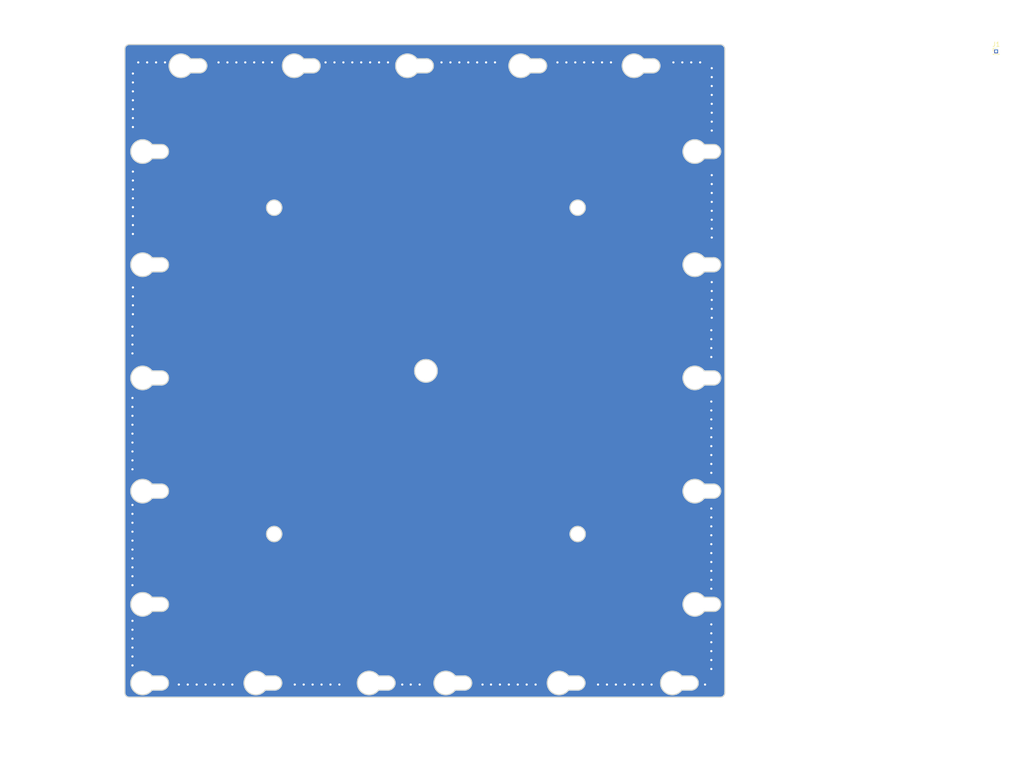
<source format=kicad_pcb>
(kicad_pcb (version 20221018) (generator pcbnew)
  (layers (0 "F.Cu" signal) (31 "B.Cu" signal) (34 "B.Paste" user) (35 "F.Paste" user) (36 "B.SilkS" user "B.Silkscreen") (37 "F.SilkS" user "F.Silkscreen") (38 "B.Mask" user) (39 "F.Mask" user) (44 "Edge.Cuts" user))
  (net 0 "")
  (net 1 "GND")
  (footprint "Connector_PinHeader_1.00mm:PinHeader_1x01_P1.00mm_Vertical" (layer "F.Cu") (at 195.375 0.525)
    (fp_text reference "J1" (at 0 -1.56) (layer "F.SilkS"))
    (fp_text value "Conn_01x01_Pin")
    (fp_line (start -0.695 -0.685) (end 0 -0.685) (stroke (width 0.12)) (layer "F.SilkS"))
    (fp_line (start -0.695 0) (end -0.695 -0.685) (stroke (width 0.12)) (layer "F.SilkS"))
    (fp_line (start -0.695 0.685) (end -0.695 0.56) (stroke (width 0.12)) (layer "F.SilkS"))
    (fp_line (start -0.695 0.685) (end -0.608276 0.685) (stroke (width 0.12)) (layer "F.SilkS"))
    (fp_line (start -0.695 0.685) (end 0.695 0.685) (stroke (width 0.12)) (layer "F.SilkS"))
    (fp_line (start 0.608276 0.685) (end 0.695 0.685) (stroke (width 0.12)) (layer "F.SilkS"))
    (fp_line (start 0.695 0.685) (end 0.695 0.56) (stroke (width 0.12)) (layer "F.SilkS"))
    (pad "1" thru_hole rect (at 0 0) (size 0.85 0.85) (drill 0.5) (layers "*.Cu" "*.Mask") (net 1 "GND"))
  )
  (gr_arc (start 90.889273 5.35) (mid 86.1174 3.7625) (end 90.889273 2.175) (stroke (width 0.25)) (layer "Edge.Cuts"))
  (gr_line (start 134.51974 0) (end 134.51974 144.431289) (stroke (width 0.25)) (layer "Edge.Cuts"))
  (gr_arc (start 132.034872 97.615625) (mid 133.622375 99.2031) (end 132.034872 100.790625) (stroke (width 0.25)) (layer "Edge.Cuts"))
  (gr_arc (start 8.209872 46.815625) (mid 9.797372 48.403125) (end 8.209872 49.990625) (stroke (width 0.25)) (layer "Edge.Cuts"))
  (gr_arc (start 116.289273 5.35) (mid 111.5174 3.7625) (end 116.289273 2.175) (stroke (width 0.25)) (layer "Edge.Cuts"))
  (gr_arc (start 8.2099 140.668789) (mid 9.797401 142.25629) (end 8.2099 143.843789) (stroke (width 0.25)) (layer "Edge.Cuts"))
  (gr_arc (start 8.209872 97.615625) (mid 9.797372 99.203125) (end 8.209872 100.790625) (stroke (width 0.25)) (layer "Edge.Cuts"))
  (gr_circle (center 101.539805 35.607822) (end 103.264805 35.607822) (stroke (width 0.25)) (fill none) (layer "Edge.Cuts"))
  (gr_circle (center 33.479935 108.823467) (end 35.204935 108.823467) (stroke (width 0.25)) (fill none) (layer "Edge.Cuts"))
  (gr_line (start 101.60003 143.843789) (end 99.484403 143.843789) (stroke (width 0.25)) (layer "Edge.Cuts"))
  (gr_line (start 67.6049 2.175) (end 65.489273 2.175) (stroke (width 0.25)) (layer "Edge.Cuts"))
  (gr_circle (center 67.50987 72.215645) (end 70.06257 72.215645) (stroke (width 0.25)) (fill none) (layer "Edge.Cuts"))
  (gr_line (start 8.2099 140.668789) (end 6.094273 140.668789) (stroke (width 0.25)) (layer "Edge.Cuts"))
  (gr_arc (start 6.094273 143.843789) (mid 1.3224 142.256291) (end 6.094273 140.668789) (stroke (width 0.25)) (layer "Edge.Cuts"))
  (gr_line (start 59.0099 143.843789) (end 56.894273 143.843789) (stroke (width 0.25)) (layer "Edge.Cuts"))
  (gr_arc (start 65.489273 5.35) (mid 60.7174 3.7625) (end 65.489273 2.175) (stroke (width 0.25)) (layer "Edge.Cuts"))
  (gr_line (start 8.2099 143.843789) (end 6.094273 143.843789) (stroke (width 0.25)) (layer "Edge.Cuts"))
  (gr_arc (start 56.894273 143.843789) (mid 52.122406 142.256309) (end 56.894273 140.668789) (stroke (width 0.25)) (layer "Edge.Cuts"))
  (gr_line (start 42.2049 5.35) (end 40.089273 5.35) (stroke (width 0.25)) (layer "Edge.Cuts"))
  (gr_arc (start 6.094245 75.390625) (mid 1.322372 73.803125) (end 6.094245 72.215625) (stroke (width 0.25)) (layer "Edge.Cuts"))
  (gr_arc (start 16.8049 2.175) (mid 18.3924 3.7625) (end 16.8049 5.35) (stroke (width 0.25)) (layer "Edge.Cuts"))
  (gr_line (start 8.209872 49.990625) (end 6.094245 49.990625) (stroke (width 0.25)) (layer "Edge.Cuts"))
  (gr_arc (start 6.094245 100.790625) (mid 1.322372 99.203125) (end 6.094245 97.615625) (stroke (width 0.25)) (layer "Edge.Cuts"))
  (gr_line (start 127.00003 143.843789) (end 124.884403 143.843789) (stroke (width 0.25)) (layer "Edge.Cuts"))
  (gr_arc (start 42.2049 2.175) (mid 43.7924 3.7625) (end 42.2049 5.35) (stroke (width 0.25)) (layer "Edge.Cuts"))
  (gr_arc (start 33.6099 140.668789) (mid 35.197411 142.2563) (end 33.6099 143.843789) (stroke (width 0.25)) (layer "Edge.Cuts"))
  (gr_line (start 132.034872 100.790625) (end 129.919245 100.790625) (stroke (width 0.25)) (layer "Edge.Cuts"))
  (gr_arc (start 129.919245 100.790625) (mid 125.147407 99.20308) (end 129.919245 97.615625) (stroke (width 0.25)) (layer "Edge.Cuts"))
  (gr_arc (start 129.919245 49.990625) (mid 125.147407 48.40308) (end 129.919245 46.815625) (stroke (width 0.25)) (layer "Edge.Cuts"))
  (gr_arc (start 8.209872 123.015625) (mid 9.797372 124.603125) (end 8.209872 126.190625) (stroke (width 0.25)) (layer "Edge.Cuts"))
  (gr_line (start 1 145.431289) (end 133.51974 145.431289) (stroke (width 0.25)) (layer "Edge.Cuts"))
  (gr_line (start 8.209872 46.815625) (end 6.094245 46.815625) (stroke (width 0.25)) (layer "Edge.Cuts"))
  (gr_line (start 33.6099 143.843789) (end 31.494273 143.843789) (stroke (width 0.25)) (layer "Edge.Cuts"))
  (gr_arc (start 129.919245 75.390625) (mid 125.147407 73.80308) (end 129.919245 72.215625) (stroke (width 0.25)) (layer "Edge.Cuts"))
  (gr_line (start 127.00003 140.668789) (end 124.884403 140.668789) (stroke (width 0.25)) (layer "Edge.Cuts"))
  (gr_line (start 42.2049 2.175) (end 40.089273 2.175) (stroke (width 0.25)) (layer "Edge.Cuts"))
  (gr_arc (start 31.494273 143.843789) (mid 26.722406 142.256309) (end 31.494273 140.668789) (stroke (width 0.25)) (layer "Edge.Cuts"))
  (gr_line (start 76.20003 143.843789) (end 74.084403 143.843789) (stroke (width 0.25)) (layer "Edge.Cuts"))
  (gr_line (start 93.0049 2.175) (end 90.889273 2.175) (stroke (width 0.25)) (layer "Edge.Cuts"))
  (gr_arc (start 99.484403 143.843789) (mid 94.712482 142.256309) (end 99.484403 140.668789) (stroke (width 0.25)) (layer "Edge.Cuts"))
  (gr_line (start 118.4049 2.175) (end 116.289273 2.175) (stroke (width 0.25)) (layer "Edge.Cuts"))
  (gr_line (start 8.209872 72.215625) (end 6.094245 72.215625) (stroke (width 0.25)) (layer "Edge.Cuts"))
  (gr_arc (start 129.919245 126.190625) (mid 125.147407 124.60308) (end 129.919245 123.015625) (stroke (width 0.25)) (layer "Edge.Cuts"))
  (gr_arc (start 127.00003 140.668789) (mid 128.587511 142.2563) (end 127.00003 143.843789) (stroke (width 0.25)) (layer "Edge.Cuts"))
  (gr_line (start 16.8049 5.35) (end 14.689273 5.35) (stroke (width 0.25)) (layer "Edge.Cuts"))
  (gr_arc (start 0 0) (mid 0.292893 -0.707107) (end 1 -1) (stroke (width 0.25)) (layer "Edge.Cuts"))
  (gr_line (start 76.20003 140.668789) (end 74.084403 140.668789) (stroke (width 0.25)) (layer "Edge.Cuts"))
  (gr_arc (start 132.034872 72.215625) (mid 133.622375 73.8031) (end 132.034872 75.390625) (stroke (width 0.25)) (layer "Edge.Cuts"))
  (gr_line (start 132.034872 72.215625) (end 129.919245 72.215625) (stroke (width 0.25)) (layer "Edge.Cuts"))
  (gr_arc (start 6.094245 49.990625) (mid 1.322372 48.403125) (end 6.094245 46.815625) (stroke (width 0.25)) (layer "Edge.Cuts"))
  (gr_arc (start 8.209872 21.415625) (mid 9.797372 23.003125) (end 8.209872 24.590625) (stroke (width 0.25)) (layer "Edge.Cuts"))
  (gr_arc (start 134.51974 144.431289) (mid 134.226853 145.138417) (end 133.51974 145.431289) (stroke (width 0.25)) (layer "Edge.Cuts"))
  (gr_arc (start 118.4049 2.175) (mid 119.9924 3.7625) (end 118.4049 5.35) (stroke (width 0.25)) (layer "Edge.Cuts"))
  (gr_arc (start 132.034872 21.415625) (mid 133.622375 23.0031) (end 132.034872 24.590625) (stroke (width 0.25)) (layer "Edge.Cuts"))
  (gr_line (start 8.209872 24.590625) (end 6.094245 24.590625) (stroke (width 0.25)) (layer "Edge.Cuts"))
  (gr_arc (start 132.034872 123.015625) (mid 133.622375 124.6031) (end 132.034872 126.190625) (stroke (width 0.25)) (layer "Edge.Cuts"))
  (gr_line (start 132.034872 46.815625) (end 129.919245 46.815625) (stroke (width 0.25)) (layer "Edge.Cuts"))
  (gr_line (start 132.034872 49.990625) (end 129.919245 49.990625) (stroke (width 0.25)) (layer "Edge.Cuts"))
  (gr_arc (start 133.51974 -1) (mid 134.226821 -0.707093) (end 134.51974 0) (stroke (width 0.25)) (layer "Edge.Cuts"))
  (gr_line (start 118.4049 5.35) (end 116.289273 5.35) (stroke (width 0.25)) (layer "Edge.Cuts"))
  (gr_line (start 59.0099 140.668789) (end 56.894273 140.668789) (stroke (width 0.25)) (layer "Edge.Cuts"))
  (gr_line (start 101.60003 140.668789) (end 99.484403 140.668789) (stroke (width 0.25)) (layer "Edge.Cuts"))
  (gr_line (start 132.034872 21.415625) (end 129.919245 21.415625) (stroke (width 0.25)) (layer "Edge.Cuts"))
  (gr_line (start 1 -1) (end 133.51974 -1) (stroke (width 0.25)) (layer "Edge.Cuts"))
  (gr_arc (start 76.20003 140.668789) (mid 77.787511 142.2563) (end 76.20003 143.843789) (stroke (width 0.25)) (layer "Edge.Cuts"))
  (gr_arc (start 6.094245 24.590625) (mid 1.322372 23.003125) (end 6.094245 21.415625) (stroke (width 0.25)) (layer "Edge.Cuts"))
  (gr_line (start 0 0) (end 0 144.431289) (stroke (width 0.25)) (layer "Edge.Cuts"))
  (gr_line (start 8.209872 126.190625) (end 6.094245 126.190625) (stroke (width 0.25)) (layer "Edge.Cuts"))
  (gr_line (start 8.209872 97.615625) (end 6.094245 97.615625) (stroke (width 0.25)) (layer "Edge.Cuts"))
  (gr_arc (start 93.0049 2.175) (mid 94.5924 3.7625) (end 93.0049 5.35) (stroke (width 0.25)) (layer "Edge.Cuts"))
  (gr_line (start 132.034872 126.190625) (end 129.919245 126.190625) (stroke (width 0.25)) (layer "Edge.Cuts"))
  (gr_arc (start 1 145.431289) (mid 0.292894 145.138396) (end 0 144.431289) (stroke (width 0.25)) (layer "Edge.Cuts"))
  (gr_line (start 8.209872 21.415625) (end 6.094245 21.415625) (stroke (width 0.25)) (layer "Edge.Cuts"))
  (gr_arc (start 67.6049 2.175) (mid 69.1924 3.7625) (end 67.6049 5.35) (stroke (width 0.25)) (layer "Edge.Cuts"))
  (gr_line (start 8.209872 123.015625) (end 6.094245 123.015625) (stroke (width 0.25)) (layer "Edge.Cuts"))
  (gr_line (start 8.209872 75.390625) (end 6.094245 75.390625) (stroke (width 0.25)) (layer "Edge.Cuts"))
  (gr_arc (start 40.089273 5.35) (mid 35.3174 3.7625) (end 40.089273 2.175) (stroke (width 0.25)) (layer "Edge.Cuts"))
  (gr_arc (start 129.919245 24.590625) (mid 125.147407 23.00308) (end 129.919245 21.415625) (stroke (width 0.25)) (layer "Edge.Cuts"))
  (gr_arc (start 124.884403 143.843789) (mid 120.112482 142.256309) (end 124.884403 140.668789) (stroke (width 0.25)) (layer "Edge.Cuts"))
  (gr_arc (start 59.0099 140.668789) (mid 60.597411 142.2563) (end 59.0099 143.843789) (stroke (width 0.25)) (layer "Edge.Cuts"))
  (gr_line (start 93.0049 5.35) (end 90.889273 5.35) (stroke (width 0.25)) (layer "Edge.Cuts"))
  (gr_line (start 132.034872 123.015625) (end 129.919245 123.015625) (stroke (width 0.25)) (layer "Edge.Cuts"))
  (gr_arc (start 74.084403 143.843789) (mid 69.31253 142.256291) (end 74.084403 140.668789) (stroke (width 0.25)) (layer "Edge.Cuts"))
  (gr_arc (start 8.209872 72.215625) (mid 9.797372 73.803125) (end 8.209872 75.390625) (stroke (width 0.25)) (layer "Edge.Cuts"))
  (gr_line (start 132.034872 24.590625) (end 129.919245 24.590625) (stroke (width 0.25)) (layer "Edge.Cuts"))
  (gr_arc (start 6.094245 126.190625) (mid 1.322372 124.603125) (end 6.094245 123.015625) (stroke (width 0.25)) (layer "Edge.Cuts"))
  (gr_line (start 67.6049 5.35) (end 65.489273 5.35) (stroke (width 0.25)) (layer "Edge.Cuts"))
  (gr_line (start 132.034872 97.615625) (end 129.919245 97.615625) (stroke (width 0.25)) (layer "Edge.Cuts"))
  (gr_line (start 33.6099 140.668789) (end 31.494273 140.668789) (stroke (width 0.25)) (layer "Edge.Cuts"))
  (gr_line (start 16.8049 2.175) (end 14.689273 2.175) (stroke (width 0.25)) (layer "Edge.Cuts"))
  (gr_arc (start 14.689273 5.35) (mid 9.9174 3.7625) (end 14.689273 2.175) (stroke (width 0.25)) (layer "Edge.Cuts"))
  (gr_line (start 132.034872 75.390625) (end 129.919245 75.390625) (stroke (width 0.25)) (layer "Edge.Cuts"))
  (gr_arc (start 101.60003 140.668789) (mid 103.187511 142.2563) (end 101.60003 143.843789) (stroke (width 0.25)) (layer "Edge.Cuts"))
  (gr_circle (center 33.479935 35.607822) (end 35.204935 35.607822) (stroke (width 0.25)) (fill none) (layer "Edge.Cuts"))
  (gr_circle (center 101.539805 108.823467) (end 103.264805 108.823467) (stroke (width 0.25)) (fill none) (layer "Edge.Cuts"))
  (gr_arc (start 132.034872 46.815625) (mid 133.622375 48.4031) (end 132.034872 49.990625) (stroke (width 0.25)) (layer "Edge.Cuts"))
  (gr_line (start 8.209872 100.790625) (end 6.094245 100.790625) (stroke (width 0.25)) (layer "Edge.Cuts"))
  (via (at 131.5 83.1) (size 1) (drill 0.5) (layers "F.Cu" "B.Cu") (net 1))
  (via (at 131.6 58.3) (size 1) (drill 0.5) (layers "F.Cu" "B.Cu") (net 1))
  (via (at 82.1 142.6) (size 1) (drill 0.5) (layers "F.Cu" "B.Cu") (net 1))
  (via (at 125 3) (size 1) (drill 0.5) (layers "F.Cu" "B.Cu") (net 1))
  (via (at 103 3) (size 1) (drill 0.5) (layers "F.Cu" "B.Cu") (net 1))
  (via (at 131.5 93.1) (size 1) (drill 0.5) (layers "F.Cu" "B.Cu") (net 1))
  (via (at 131.5 105.1) (size 1) (drill 0.5) (layers "F.Cu" "B.Cu") (net 1))
  (via (at 131.5 89.1) (size 1) (drill 0.5) (layers "F.Cu" "B.Cu") (net 1))
  (via (at 81 3) (size 1) (drill 0.5) (layers "F.Cu" "B.Cu") (net 1))
  (via (at 131.5 107.1) (size 1) (drill 0.5) (layers "F.Cu" "B.Cu") (net 1))
  (via (at 108.1 142.6) (size 1) (drill 0.5) (layers "F.Cu" "B.Cu") (net 1))
  (via (at 131.6 32.3) (size 1) (drill 0.5) (layers "F.Cu" "B.Cu") (net 1))
  (via (at 71 3) (size 1) (drill 0.5) (layers "F.Cu" "B.Cu") (net 1))
  (via (at 1.8 59.5) (size 1) (drill 0.5) (layers "F.Cu" "B.Cu") (net 1))
  (via (at 1.8 17.5) (size 1) (drill 0.5) (layers "F.Cu" "B.Cu") (net 1))
  (via (at 20.1 142.6) (size 1) (drill 0.5) (layers "F.Cu" "B.Cu") (net 1))
  (via (at 40.1 142.6) (size 1) (drill 0.5) (layers "F.Cu" "B.Cu") (net 1))
  (via (at 31 3) (size 1) (drill 0.5) (layers "F.Cu" "B.Cu") (net 1))
  (via (at 23 3) (size 1) (drill 0.5) (layers "F.Cu" "B.Cu") (net 1))
  (via (at 106.1 142.6) (size 1) (drill 0.5) (layers "F.Cu" "B.Cu") (net 1))
  (via (at 80.2 142.6) (size 1) (drill 0.5) (layers "F.Cu" "B.Cu") (net 1))
  (via (at 109 3) (size 1) (drill 0.5) (layers "F.Cu" "B.Cu") (net 1))
  (via (at 131.6 6.3) (size 1) (drill 0.5) (layers "F.Cu" "B.Cu") (net 1))
  (via (at 64.1 142.6) (size 1) (drill 0.5) (layers "F.Cu" "B.Cu") (net 1))
  (via (at 127 3) (size 1) (drill 0.5) (layers "F.Cu" "B.Cu") (net 1))
  (via (at 107 3) (size 1) (drill 0.5) (layers "F.Cu" "B.Cu") (net 1))
  (via (at 131.6 14.3) (size 1) (drill 0.5) (layers "F.Cu" "B.Cu") (net 1))
  (via (at 1.7 114.3) (size 1) (drill 0.5) (layers "F.Cu" "B.Cu") (net 1))
  (via (at 131.5 65.1) (size 1) (drill 0.5) (layers "F.Cu" "B.Cu") (net 1))
  (via (at 116.1 142.6) (size 1) (drill 0.5) (layers "F.Cu" "B.Cu") (net 1))
  (via (at 131.6 56.3) (size 1) (drill 0.5) (layers "F.Cu" "B.Cu") (net 1))
  (via (at 1.8 33.5) (size 1) (drill 0.5) (layers "F.Cu" "B.Cu") (net 1))
  (via (at 1.7 116.3) (size 1) (drill 0.5) (layers "F.Cu" "B.Cu") (net 1))
  (via (at 90.1 142.6) (size 1) (drill 0.5) (layers "F.Cu" "B.Cu") (net 1))
  (via (at 25 3) (size 1) (drill 0.5) (layers "F.Cu" "B.Cu") (net 1))
  (via (at 27 3) (size 1) (drill 0.5) (layers "F.Cu" "B.Cu") (net 1))
  (via (at 131.6 28.3) (size 1) (drill 0.5) (layers "F.Cu" "B.Cu") (net 1))
  (via (at 1.7 66.3) (size 1) (drill 0.5) (layers "F.Cu" "B.Cu") (net 1))
  (via (at 1.7 132.3) (size 1) (drill 0.5) (layers "F.Cu" "B.Cu") (net 1))
  (via (at 1.8 37.5) (size 1) (drill 0.5) (layers "F.Cu" "B.Cu") (net 1))
  (via (at 1.7 118.3) (size 1) (drill 0.5) (layers "F.Cu" "B.Cu") (net 1))
  (via (at 1.7 94.3) (size 1) (drill 0.5) (layers "F.Cu" "B.Cu") (net 1))
  (via (at 1.7 120.3) (size 1) (drill 0.5) (layers "F.Cu" "B.Cu") (net 1))
  (via (at 46.1 142.6) (size 1) (drill 0.5) (layers "F.Cu" "B.Cu") (net 1))
  (via (at 131.5 119.1) (size 1) (drill 0.5) (layers "F.Cu" "B.Cu") (net 1))
  (via (at 1.8 57.5) (size 1) (drill 0.5) (layers "F.Cu" "B.Cu") (net 1))
  (via (at 22.1 142.6) (size 1) (drill 0.5) (layers "F.Cu" "B.Cu") (net 1))
  (via (at 48.1 142.6) (size 1) (drill 0.5) (layers "F.Cu" "B.Cu") (net 1))
  (via (at 131.5 115.1) (size 1) (drill 0.5) (layers "F.Cu" "B.Cu") (net 1))
  (via (at 88.1 142.6) (size 1) (drill 0.5) (layers "F.Cu" "B.Cu") (net 1))
  (via (at 1.7 128.3) (size 1) (drill 0.5) (layers "F.Cu" "B.Cu") (net 1))
  (via (at 86.1 142.6) (size 1) (drill 0.5) (layers "F.Cu" "B.Cu") (net 1))
  (via (at 131.6 16.3) (size 1) (drill 0.5) (layers "F.Cu" "B.Cu") (net 1))
  (via (at 53 3) (size 1) (drill 0.5) (layers "F.Cu" "B.Cu") (net 1))
  (via (at 7 3) (size 1) (drill 0.5) (layers "F.Cu" "B.Cu") (net 1))
  (via (at 1.8 11.5) (size 1) (drill 0.5) (layers "F.Cu" "B.Cu") (net 1))
  (via (at 131.5 81.1) (size 1) (drill 0.5) (layers "F.Cu" "B.Cu") (net 1))
  (via (at 131.6 12.3) (size 1) (drill 0.5) (layers "F.Cu" "B.Cu") (net 1))
  (via (at 1.8 13.5) (size 1) (drill 0.5) (layers "F.Cu" "B.Cu") (net 1))
  (via (at 1.8 7.5) (size 1) (drill 0.5) (layers "F.Cu" "B.Cu") (net 1))
  (via (at 1.8 15.5) (size 1) (drill 0.5) (layers "F.Cu" "B.Cu") (net 1))
  (via (at 1.7 102.3) (size 1) (drill 0.5) (layers "F.Cu" "B.Cu") (net 1))
  (via (at 1.8 27.5) (size 1) (drill 0.5) (layers "F.Cu" "B.Cu") (net 1))
  (via (at 131.6 10.3) (size 1) (drill 0.5) (layers "F.Cu" "B.Cu") (net 1))
  (via (at 73 3) (size 1) (drill 0.5) (layers "F.Cu" "B.Cu") (net 1))
  (via (at 14.1 142.6) (size 1) (drill 0.5) (layers "F.Cu" "B.Cu") (net 1))
  (via (at 1.7 112.3) (size 1) (drill 0.5) (layers "F.Cu" "B.Cu") (net 1))
  (via (at 45 3) (size 1) (drill 0.5) (layers "F.Cu" "B.Cu") (net 1))
  (via (at 21 3) (size 1) (drill 0.5) (layers "F.Cu" "B.Cu") (net 1))
  (via (at 1.8 9.5) (size 1) (drill 0.5) (layers "F.Cu" "B.Cu") (net 1))
  (via (at 131.6 40.3) (size 1) (drill 0.5) (layers "F.Cu" "B.Cu") (net 1))
  (via (at 1.8 5.5) (size 1) (drill 0.5) (layers "F.Cu" "B.Cu") (net 1))
  (via (at 1.7 88.3) (size 1) (drill 0.5) (layers "F.Cu" "B.Cu") (net 1))
  (via (at 33 3) (size 1) (drill 0.5) (layers "F.Cu" "B.Cu") (net 1))
  (via (at 62.2 142.6) (size 1) (drill 0.5) (layers "F.Cu" "B.Cu") (net 1))
  (via (at 1.7 62.3) (size 1) (drill 0.5) (layers "F.Cu" "B.Cu") (net 1))
  (via (at 131.5 133.1) (size 1) (drill 0.5) (layers "F.Cu" "B.Cu") (net 1))
  (via (at 1.7 106.3) (size 1) (drill 0.5) (layers "F.Cu" "B.Cu") (net 1))
  (via (at 131.5 63.1) (size 1) (drill 0.5) (layers "F.Cu" "B.Cu") (net 1))
  (via (at 79 3) (size 1) (drill 0.5) (layers "F.Cu" "B.Cu") (net 1))
  (via (at 131.5 103.1) (size 1) (drill 0.5) (layers "F.Cu" "B.Cu") (net 1))
  (via (at 110.1 142.6) (size 1) (drill 0.5) (layers "F.Cu" "B.Cu") (net 1))
  (via (at 131.5 95.1) (size 1) (drill 0.5) (layers "F.Cu" "B.Cu") (net 1))
  (via (at 1.7 92.3) (size 1) (drill 0.5) (layers "F.Cu" "B.Cu") (net 1))
  (via (at 1.8 31.5) (size 1) (drill 0.5) (layers "F.Cu" "B.Cu") (net 1))
  (via (at 1.7 130.3) (size 1) (drill 0.5) (layers "F.Cu" "B.Cu") (net 1))
  (via (at 66.1 142.6) (size 1) (drill 0.5) (layers "F.Cu" "B.Cu") (net 1))
  (via (at 131.5 137.1) (size 1) (drill 0.5) (layers "F.Cu" "B.Cu") (net 1))
  (via (at 16.1 142.6) (size 1) (drill 0.5) (layers "F.Cu" "B.Cu") (net 1))
  (via (at 1.7 78.3) (size 1) (drill 0.5) (layers "F.Cu" "B.Cu") (net 1))
  (via (at 131.5 109.1) (size 1) (drill 0.5) (layers "F.Cu" "B.Cu") (net 1))
  (via (at 131.6 60.3) (size 1) (drill 0.5) (layers "F.Cu" "B.Cu") (net 1))
  (via (at 75 3) (size 1) (drill 0.5) (layers "F.Cu" "B.Cu") (net 1))
  (via (at 131.5 111.1) (size 1) (drill 0.5) (layers "F.Cu" "B.Cu") (net 1))
  (via (at 131.5 69.1) (size 1) (drill 0.5) (layers "F.Cu" "B.Cu") (net 1))
  (via (at 3 3) (size 1) (drill 0.5) (layers "F.Cu" "B.Cu") (net 1))
  (via (at 1.7 80.3) (size 1) (drill 0.5) (layers "F.Cu" "B.Cu") (net 1))
  (via (at 1.7 64.3) (size 1) (drill 0.5) (layers "F.Cu" "B.Cu") (net 1))
  (via (at 97 3) (size 1) (drill 0.5) (layers "F.Cu" "B.Cu") (net 1))
  (via (at 1.7 68.3) (size 1) (drill 0.5) (layers "F.Cu" "B.Cu") (net 1))
  (via (at 1.7 134.3) (size 1) (drill 0.5) (layers "F.Cu" "B.Cu") (net 1))
  (via (at 24.1 142.6) (size 1) (drill 0.5) (layers "F.Cu" "B.Cu") (net 1))
  (via (at 129 3) (size 1) (drill 0.5) (layers "F.Cu" "B.Cu") (net 1))
  (via (at 47 3) (size 1) (drill 0.5) (layers "F.Cu" "B.Cu") (net 1))
  (via (at 131.6 8.3) (size 1) (drill 0.5) (layers "F.Cu" "B.Cu") (net 1))
  (via (at 12.1 142.6) (size 1) (drill 0.5) (layers "F.Cu" "B.Cu") (net 1))
  (via (at 131.6 30.3) (size 1) (drill 0.5) (layers "F.Cu" "B.Cu") (net 1))
  (via (at 131.5 113.1) (size 1) (drill 0.5) (layers "F.Cu" "B.Cu") (net 1))
  (via (at 131.5 121.1) (size 1) (drill 0.5) (layers "F.Cu" "B.Cu") (net 1))
  (via (at 59 3) (size 1) (drill 0.5) (layers "F.Cu" "B.Cu") (net 1))
  (via (at 77 3) (size 1) (drill 0.5) (layers "F.Cu" "B.Cu") (net 1))
  (via (at 84.1 142.6) (size 1) (drill 0.5) (layers "F.Cu" "B.Cu") (net 1))
  (via (at 131.5 87.1) (size 1) (drill 0.5) (layers "F.Cu" "B.Cu") (net 1))
  (via (at 9 3) (size 1) (drill 0.5) (layers "F.Cu" "B.Cu") (net 1))
  (via (at 1.7 104.3) (size 1) (drill 0.5) (layers "F.Cu" "B.Cu") (net 1))
  (via (at 1.8 53.5) (size 1) (drill 0.5) (layers "F.Cu" "B.Cu") (net 1))
  (via (at 5 3) (size 1) (drill 0.5) (layers "F.Cu" "B.Cu") (net 1))
  (via (at 38.1 142.6) (size 1) (drill 0.5) (layers "F.Cu" "B.Cu") (net 1))
  (via (at 57 3) (size 1) (drill 0.5) (layers "F.Cu" "B.Cu") (net 1))
  (via (at 131.6 4.3) (size 1) (drill 0.5) (layers "F.Cu" "B.Cu") (net 1))
  (via (at 1.7 86.3) (size 1) (drill 0.5) (layers "F.Cu" "B.Cu") (net 1))
  (via (at 18.1 142.6) (size 1) (drill 0.5) (layers "F.Cu" "B.Cu") (net 1))
  (via (at 131.5 91.1) (size 1) (drill 0.5) (layers "F.Cu" "B.Cu") (net 1))
  (via (at 112.1 142.6) (size 1) (drill 0.5) (layers "F.Cu" "B.Cu") (net 1))
  (via (at 1.8 39.5) (size 1) (drill 0.5) (layers "F.Cu" "B.Cu") (net 1))
  (via (at 131.6 42.3) (size 1) (drill 0.5) (layers "F.Cu" "B.Cu") (net 1))
  (via (at 99 3) (size 1) (drill 0.5) (layers "F.Cu" "B.Cu") (net 1))
  (via (at 1.7 138.3) (size 1) (drill 0.5) (layers "F.Cu" "B.Cu") (net 1))
  (via (at 83 3) (size 1) (drill 0.5) (layers "F.Cu" "B.Cu") (net 1))
  (via (at 1.8 29.5) (size 1) (drill 0.5) (layers "F.Cu" "B.Cu") (net 1))
  (via (at 114.1 142.6) (size 1) (drill 0.5) (layers "F.Cu" "B.Cu") (net 1))
  (via (at 131.6 38.3) (size 1) (drill 0.5) (layers "F.Cu" "B.Cu") (net 1))
  (via (at 131.6 52.3) (size 1) (drill 0.5) (layers "F.Cu" "B.Cu") (net 1))
  (via (at 101 3) (size 1) (drill 0.5) (layers "F.Cu" "B.Cu") (net 1))
  (via (at 1.8 41.5) (size 1) (drill 0.5) (layers "F.Cu" "B.Cu") (net 1))
  (via (at 123 3) (size 1) (drill 0.5) (layers "F.Cu" "B.Cu") (net 1))
  (via (at 1.7 136.3) (size 1) (drill 0.5) (layers "F.Cu" "B.Cu") (net 1))
  (via (at 131.5 117.1) (size 1) (drill 0.5) (layers "F.Cu" "B.Cu") (net 1))
  (via (at 131.5 67.1) (size 1) (drill 0.5) (layers "F.Cu" "B.Cu") (net 1))
  (via (at 1.7 82.3) (size 1) (drill 0.5) (layers "F.Cu" "B.Cu") (net 1))
  (via (at 131.5 131.1) (size 1) (drill 0.5) (layers "F.Cu" "B.Cu") (net 1))
  (via (at 1.7 110.3) (size 1) (drill 0.5) (layers "F.Cu" "B.Cu") (net 1))
  (via (at 131.5 85.1) (size 1) (drill 0.5) (layers "F.Cu" "B.Cu") (net 1))
  (via (at 1.7 108.3) (size 1) (drill 0.5) (layers "F.Cu" "B.Cu") (net 1))
  (via (at 29 3) (size 1) (drill 0.5) (layers "F.Cu" "B.Cu") (net 1))
  (via (at 1.8 55.5) (size 1) (drill 0.5) (layers "F.Cu" "B.Cu") (net 1))
  (via (at 131.5 135.1) (size 1) (drill 0.5) (layers "F.Cu" "B.Cu") (net 1))
  (via (at 1.7 90.3) (size 1) (drill 0.5) (layers "F.Cu" "B.Cu") (net 1))
  (via (at 130.1 142.6) (size 1) (drill 0.5) (layers "F.Cu" "B.Cu") (net 1))
  (via (at 131.6 54.3) (size 1) (drill 0.5) (layers "F.Cu" "B.Cu") (net 1))
  (via (at 131.6 18.3) (size 1) (drill 0.5) (layers "F.Cu" "B.Cu") (net 1))
  (via (at 1.7 84.3) (size 1) (drill 0.5) (layers "F.Cu" "B.Cu") (net 1))
  (via (at 131.6 34.3) (size 1) (drill 0.5) (layers "F.Cu" "B.Cu") (net 1))
  (via (at 51 3) (size 1) (drill 0.5) (layers "F.Cu" "B.Cu") (net 1))
  (via (at 118.1 142.6) (size 1) (drill 0.5) (layers "F.Cu" "B.Cu") (net 1))
  (via (at 105 3) (size 1) (drill 0.5) (layers "F.Cu" "B.Cu") (net 1))
  (via (at 131.5 79.1) (size 1) (drill 0.5) (layers "F.Cu" "B.Cu") (net 1))
  (via (at 42.1 142.6) (size 1) (drill 0.5) (layers "F.Cu" "B.Cu") (net 1))
  (via (at 131.5 129.1) (size 1) (drill 0.5) (layers "F.Cu" "B.Cu") (net 1))
  (via (at 131.6 36.3) (size 1) (drill 0.5) (layers "F.Cu" "B.Cu") (net 1))
  (via (at 44.1 142.6) (size 1) (drill 0.5) (layers "F.Cu" "B.Cu") (net 1))
  (via (at 49 3) (size 1) (drill 0.5) (layers "F.Cu" "B.Cu") (net 1))
  (via (at 131.5 139.1) (size 1) (drill 0.5) (layers "F.Cu" "B.Cu") (net 1))
  (via (at 55 3) (size 1) (drill 0.5) (layers "F.Cu" "B.Cu") (net 1))
  (via (at 1.8 35.5) (size 1) (drill 0.5) (layers "F.Cu" "B.Cu") (net 1))
  (via (at 92.1 142.6) (size 1) (drill 0.5) (layers "F.Cu" "B.Cu") (net 1))
  (zone (net 1) (net_name "GND") (layers "F&B.Cu") (connect_pads (clearance 0.5)) (min_thickness 0.25) (fill yes (thermal_gap 0.5) (thermal_bridge_width 0.5))
    (polygon (pts (xy -12 -9) (xy 150 -11) (xy 152 164) (xy -28 162)))
  )
)
</source>
